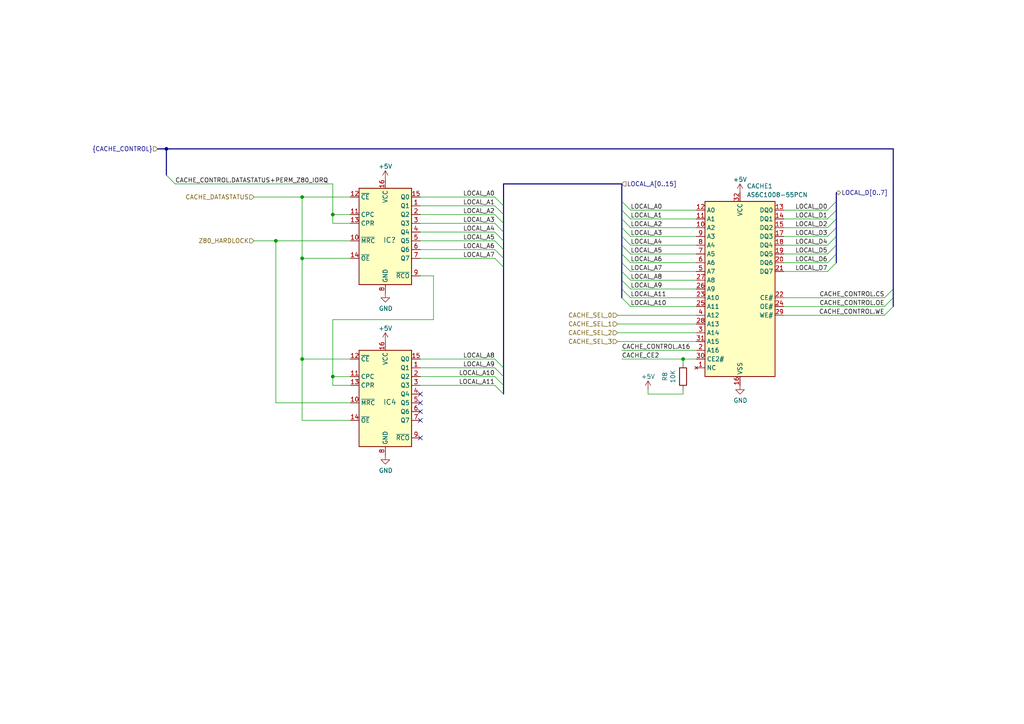
<source format=kicad_sch>
(kicad_sch (version 20230121) (generator eeschema)
  (paper "A4")
  (title_block (title "FujiNet Z80Bus reference design") (date "2023-05-13") (rev "0.1") (company "FujiNet") (comment 1 "64K status bytes (which are mapped 1:1 with Z80 IO addresses)") (comment 2 "16x4K caches that can be allocated to any IO address (Rio config)") (comment 3 "IOCache is devided into 2x64K blocks"))
  (lib_symbols
    (symbol "74xx:74HC590"
      (property "Reference" "U" (at -7.62 16.51 0))
      (property "Value" "74HC590" (at -7.62 -13.97 0))
      (symbol "74HC590_1_0"
        (pin tri_state line (at 10.16 10.16 180) (length 2.54) (name "Q1") (number "1"))
        (pin input line (at -10.16 0 0) (length 2.54) (name "~{MRC}") (number "10"))
        (pin input line (at -10.16 7.62 0) (length 2.54) (name "CPC") (number "11"))
        (pin input line (at -10.16 12.7 0) (length 2.54) (name "~{CE}") (number "12"))
        (pin input line (at -10.16 5.08 0) (length 2.54) (name "CPR") (number "13"))
        (pin input line (at -10.16 -5.08 0) (length 2.54) (name "~{OE}") (number "14"))
        (pin tri_state line (at 10.16 12.7 180) (length 2.54) (name "Q0") (number "15"))
        (pin power_in line (at 0 17.78 270) (length 2.54) (name "VCC") (number "16"))
        (pin tri_state line (at 10.16 7.62 180) (length 2.54) (name "Q2") (number "2"))
        (pin tri_state line (at 10.16 5.08 180) (length 2.54) (name "Q3") (number "3"))
        (pin tri_state line (at 10.16 2.54 180) (length 2.54) (name "Q4") (number "4"))
        (pin tri_state line (at 10.16 0 180) (length 2.54) (name "Q5") (number "5"))
        (pin tri_state line (at 10.16 -2.54 180) (length 2.54) (name "Q6") (number "6"))
        (pin tri_state line (at 10.16 -5.08 180) (length 2.54) (name "Q7") (number "7"))
        (pin power_in line (at 0 -15.24 90) (length 2.54) (name "GND") (number "8"))
        (pin output line (at 10.16 -10.16 180) (length 2.54) (name "~{RCO}") (number "9"))
      )
      (symbol "74HC590_1_1"
        (rectangle (start -7.62 15.24) (end 7.62 -12.7) (stroke (width 0.254)) (fill (type background)))
      )
    )
    (symbol "Device:R" (pin_numbers hide) (pin_names (offset 0))
      (property "Reference" "R" (at 2.032 0 90))
      (property "Value" "R" (at 0 0 90))
      (symbol "R_0_1"
        (rectangle (start -1.016 -2.54) (end 1.016 2.54) (stroke (width 0.254)))
      )
      (symbol "R_1_1"
        (pin passive line (at 0 3.81 270) (length 1.27) (name "~") (number "1"))
        (pin passive line (at 0 -3.81 90) (length 1.27) (name "~") (number "2"))
      )
    )
    (symbol "FujiNet_Memory_RAM:AS6C1008-55PCN"
      (property "Reference" "U" (at -10.16 26.035 0))
      (property "Value" "AS6C1008-55PCN" (at 2.54 26.035 0))
      (symbol "AS6C1008-55PCN_0_0"
        (pin power_in line (at 0 -27.94 90) (length 2.54) (name "VSS") (number "16"))
        (pin power_in line (at 0 27.94 270) (length 2.54) (name "VCC") (number "32"))
      )
      (symbol "AS6C1008-55PCN_1_1"
        (rectangle (start -10.16 25.4) (end 10.16 -25.4) (stroke (width 0.254)) (fill (type background)))
        (pin no_connect line (at -12.7 -22.86 0) (length 2.54) (name "NC") (number "1"))
        (pin input line (at -12.7 17.78 0) (length 2.54) (name "A2") (number "10"))
        (pin input line (at -12.7 20.32 0) (length 2.54) (name "A1") (number "11"))
        (pin input line (at -12.7 22.86 0) (length 2.54) (name "A0") (number "12"))
        (pin tri_state line (at 12.7 22.86 180) (length 2.54) (name "DQ0") (number "13"))
        (pin tri_state line (at 12.7 20.32 180) (length 2.54) (name "DQ1") (number "14"))
        (pin tri_state line (at 12.7 17.78 180) (length 2.54) (name "DQ2") (number "15"))
        (pin tri_state line (at 12.7 15.24 180) (length 2.54) (name "DQ3") (number "17"))
        (pin tri_state line (at 12.7 12.7 180) (length 2.54) (name "DQ4") (number "18"))
        (pin tri_state line (at 12.7 10.16 180) (length 2.54) (name "DQ5") (number "19"))
        (pin input line (at -12.7 -17.78 0) (length 2.54) (name "A16") (number "2"))
        (pin tri_state line (at 12.7 7.62 180) (length 2.54) (name "DQ6") (number "20"))
        (pin tri_state line (at 12.7 5.08 180) (length 2.54) (name "DQ7") (number "21"))
        (pin input line (at 12.7 -2.54 180) (length 2.54) (name "CE#") (number "22"))
        (pin input line (at -12.7 -2.54 0) (length 2.54) (name "A10") (number "23"))
        (pin input line (at 12.7 -5.08 180) (length 2.54) (name "OE#") (number "24"))
        (pin input line (at -12.7 -5.08 0) (length 2.54) (name "A11") (number "25"))
        (pin input line (at -12.7 0 0) (length 2.54) (name "A9") (number "26"))
        (pin input line (at -12.7 2.54 0) (length 2.54) (name "A8") (number "27"))
        (pin input line (at -12.7 -10.16 0) (length 2.54) (name "A13") (number "28"))
        (pin input line (at 12.7 -7.62 180) (length 2.54) (name "WE#") (number "29"))
        (pin input line (at -12.7 -12.7 0) (length 2.54) (name "A14") (number "3"))
        (pin input line (at -12.7 -20.32 0) (length 2.54) (name "CE2#") (number "30"))
        (pin input line (at -12.7 -15.24 0) (length 2.54) (name "A15") (number "31"))
        (pin input line (at -12.7 -7.62 0) (length 2.54) (name "A12") (number "4"))
        (pin input line (at -12.7 5.08 0) (length 2.54) (name "A7") (number "5"))
        (pin input line (at -12.7 7.62 0) (length 2.54) (name "A6") (number "6"))
        (pin input line (at -12.7 10.16 0) (length 2.54) (name "A5") (number "7"))
        (pin input line (at -12.7 12.7 0) (length 2.54) (name "A4") (number "8"))
        (pin input line (at -12.7 15.24 0) (length 2.54) (name "A3") (number "9"))
      )
    )
    (symbol "power:+5V" (power) (pin_names (offset 0))
      (property "Value" "+5V" (at 0 3.556 0))
      (symbol "+5V_0_1"
        (polyline (pts (xy -0.762 1.27) (xy 0 2.54)))
        (polyline (pts (xy 0 0) (xy 0 2.54)))
        (polyline (pts (xy 0 2.54) (xy 0.762 1.27)))
      )
      (symbol "+5V_1_1"
        (pin power_in line (at 0 0 90) (length 0) hide (name "+5V") (number "1"))
      )
    )
    (symbol "power:GND" (power) (pin_names (offset 0))
      (property "Value" "GND" (at 0 -3.81 0))
      (symbol "GND_0_1"
        (polyline (pts (xy 0 0) (xy 0 -1.27) (xy 1.27 -1.27) (xy 0 -2.54) (xy -1.27 -1.27) (xy 0 -1.27)))
      )
      (symbol "GND_1_1"
        (pin power_in line (at 0 0 270) (length 0) hide (name "GND") (number "1"))
      )
    )
  )
  (bus_alias "CACHE_CONTROL" (members "CACHE_CONTROL.A16" "CACHE_CONTROL.WE" "CACHE_CONTROL.OE" "CACHE_CONTROL.CS" "CACHE_CONTROL.DATASTATUS+PERM_Z80_IORQ"))
  (junction (at 96.52 62.23))
  (junction (at 87.63 104.14))
  (junction (at 87.63 57.15))
  (junction (at 96.52 109.22))
  (junction (at 80.01 69.85))
  (junction (at 198.12 104.14))
  (junction (at 87.63 74.93))
  (junction (at 48.26 43.18))
  (no_connect (at 121.92 119.38))
  (no_connect (at 121.92 127))
  (no_connect (at 121.92 116.84))
  (no_connect (at 121.92 114.3))
  (no_connect (at 121.92 121.92))
  (bus_entry (at 180.34 83.82) (size 2.54 2.54))
  (bus_entry (at 143.51 69.85) (size 2.54 2.54))
  (bus_entry (at 180.34 60.96) (size 2.54 2.54))
  (bus_entry (at 180.34 66.04) (size 2.54 2.54))
  (bus_entry (at 242.57 66.04) (size -2.54 2.54))
  (bus_entry (at 143.51 72.39) (size 2.54 2.54))
  (bus_entry (at 180.34 86.36) (size 2.54 2.54))
  (bus_entry (at 180.34 78.74) (size 2.54 2.54))
  (bus_entry (at 48.26 50.8) (size 2.54 2.54))
  (bus_entry (at 242.57 76.2) (size -2.54 2.54))
  (bus_entry (at 143.51 57.15) (size 2.54 2.54))
  (bus_entry (at 242.57 63.5) (size -2.54 2.54))
  (bus_entry (at 242.57 68.58) (size -2.54 2.54))
  (bus_entry (at 180.34 81.28) (size 2.54 2.54))
  (bus_entry (at 143.51 64.77) (size 2.54 2.54))
  (bus_entry (at 143.51 106.68) (size 2.54 2.54))
  (bus_entry (at 242.57 58.42) (size -2.54 2.54))
  (bus_entry (at 143.51 104.14) (size 2.54 2.54))
  (bus_entry (at 143.51 111.76) (size 2.54 2.54))
  (bus_entry (at 143.51 74.93) (size 2.54 2.54))
  (bus_entry (at 180.34 68.58) (size 2.54 2.54))
  (bus_entry (at 143.51 59.69) (size 2.54 2.54))
  (bus_entry (at 180.34 73.66) (size 2.54 2.54))
  (bus_entry (at 180.34 76.2) (size 2.54 2.54))
  (bus_entry (at 143.51 67.31) (size 2.54 2.54))
  (bus_entry (at 180.34 63.5) (size 2.54 2.54))
  (bus_entry (at 242.57 73.66) (size -2.54 2.54))
  (bus_entry (at 180.34 58.42) (size 2.54 2.54))
  (bus_entry (at 143.51 62.23) (size 2.54 2.54))
  (bus_entry (at 242.57 71.12) (size -2.54 2.54))
  (bus_entry (at 256.54 91.44) (size 2.54 -2.54))
  (bus_entry (at 180.34 71.12) (size 2.54 2.54))
  (bus_entry (at 143.51 109.22) (size 2.54 2.54))
  (bus_entry (at 242.57 60.96) (size -2.54 2.54))
  (bus_entry (at 256.54 86.36) (size 2.54 -2.54))
  (bus_entry (at 256.54 88.9) (size 2.54 -2.54))
  (bus (pts (xy 146.05 72.39) (xy 146.05 74.93)))
  (wire (pts (xy 101.6 104.14) (xy 87.63 104.14)))
  (wire (pts (xy 240.03 66.04) (xy 227.33 66.04)))
  (wire (pts (xy 121.92 64.77) (xy 143.51 64.77)))
  (bus (pts (xy 242.57 63.5) (xy 242.57 66.04)))
  (wire (pts (xy 121.92 69.85) (xy 143.51 69.85)))
  (wire (pts (xy 227.33 76.2) (xy 240.03 76.2)))
  (bus (pts (xy 242.57 73.66) (xy 242.57 76.2)))
  (bus (pts (xy 146.05 109.22) (xy 146.05 111.76)))
  (bus (pts (xy 242.57 58.42) (xy 242.57 60.96)))
  (bus (pts (xy 180.34 63.5) (xy 180.34 66.04)))
  (bus (pts (xy 146.05 59.69) (xy 146.05 53.34)))
  (wire (pts (xy 96.52 92.71) (xy 125.73 92.71)))
  (wire (pts (xy 201.93 73.66) (xy 182.88 73.66)))
  (wire (pts (xy 87.63 74.93) (xy 101.6 74.93)))
  (bus (pts (xy 242.57 68.58) (xy 242.57 71.12)))
  (bus (pts (xy 259.08 83.82) (xy 259.08 86.36)))
  (bus (pts (xy 180.34 60.96) (xy 180.34 63.5)))
  (wire (pts (xy 80.01 69.85) (xy 101.6 69.85)))
  (bus (pts (xy 48.26 43.18) (xy 259.08 43.18)))
  (wire (pts (xy 73.66 57.15) (xy 87.63 57.15)))
  (wire (pts (xy 101.6 116.84) (xy 80.01 116.84)))
  (wire (pts (xy 121.92 74.93) (xy 143.51 74.93)))
  (wire (pts (xy 96.52 109.22) (xy 96.52 92.71)))
  (wire (pts (xy 121.92 57.15) (xy 143.51 57.15)))
  (bus (pts (xy 180.34 73.66) (xy 180.34 76.2)))
  (wire (pts (xy 87.63 104.14) (xy 87.63 121.92)))
  (wire (pts (xy 227.33 88.9) (xy 256.54 88.9)))
  (wire (pts (xy 121.92 62.23) (xy 143.51 62.23)))
  (wire (pts (xy 227.33 68.58) (xy 240.03 68.58)))
  (bus (pts (xy 180.34 58.42) (xy 180.34 60.96)))
  (wire (pts (xy 180.34 104.14) (xy 198.12 104.14)))
  (bus (pts (xy 146.05 62.23) (xy 146.05 64.77)))
  (wire (pts (xy 73.66 69.85) (xy 80.01 69.85)))
  (bus (pts (xy 242.57 71.12) (xy 242.57 73.66)))
  (wire (pts (xy 121.92 104.14) (xy 143.51 104.14)))
  (wire (pts (xy 201.93 88.9) (xy 182.88 88.9)))
  (wire (pts (xy 96.52 53.34) (xy 96.52 62.23)))
  (bus (pts (xy 180.34 68.58) (xy 180.34 71.12)))
  (wire (pts (xy 87.63 57.15) (xy 87.63 74.93)))
  (bus (pts (xy 180.34 53.34) (xy 180.34 58.42)))
  (wire (pts (xy 227.33 86.36) (xy 256.54 86.36)))
  (wire (pts (xy 96.52 62.23) (xy 101.6 62.23)))
  (bus (pts (xy 242.57 60.96) (xy 242.57 63.5)))
  (bus (pts (xy 180.34 76.2) (xy 180.34 78.74)))
  (wire (pts (xy 201.93 71.12) (xy 182.88 71.12)))
  (wire (pts (xy 227.33 71.12) (xy 240.03 71.12)))
  (wire (pts (xy 87.63 121.92) (xy 101.6 121.92)))
  (wire (pts (xy 179.07 93.98) (xy 201.93 93.98)))
  (wire (pts (xy 125.73 80.01) (xy 121.92 80.01)))
  (wire (pts (xy 101.6 111.76) (xy 96.52 111.76)))
  (wire (pts (xy 121.92 72.39) (xy 143.51 72.39)))
  (wire (pts (xy 201.93 76.2) (xy 182.88 76.2)))
  (wire (pts (xy 240.03 60.96) (xy 227.33 60.96)))
  (wire (pts (xy 125.73 80.01) (xy 125.73 92.71)))
  (bus (pts (xy 146.05 59.69) (xy 146.05 62.23)))
  (wire (pts (xy 121.92 67.31) (xy 143.51 67.31)))
  (wire (pts (xy 179.07 99.06) (xy 201.93 99.06)))
  (bus (pts (xy 45.72 43.18) (xy 48.26 43.18)))
  (wire (pts (xy 96.52 111.76) (xy 96.52 109.22)))
  (wire (pts (xy 180.34 101.6) (xy 201.93 101.6)))
  (bus (pts (xy 146.05 106.68) (xy 146.05 109.22)))
  (bus (pts (xy 48.26 43.18) (xy 48.26 50.8)))
  (wire (pts (xy 143.51 109.22) (xy 121.92 109.22)))
  (bus (pts (xy 146.05 74.93) (xy 146.05 77.47)))
  (bus (pts (xy 180.34 81.28) (xy 180.34 83.82)))
  (bus (pts (xy 146.05 64.77) (xy 146.05 67.31)))
  (bus (pts (xy 180.34 66.04) (xy 180.34 68.58)))
  (bus (pts (xy 259.08 43.18) (xy 259.08 83.82)))
  (wire (pts (xy 96.52 64.77) (xy 101.6 64.77)))
  (wire (pts (xy 50.8 53.34) (xy 96.52 53.34)))
  (bus (pts (xy 242.57 55.88) (xy 242.57 58.42)))
  (wire (pts (xy 187.96 114.3) (xy 198.12 114.3)))
  (wire (pts (xy 201.93 63.5) (xy 182.88 63.5)))
  (bus (pts (xy 180.34 83.82) (xy 180.34 86.36)))
  (wire (pts (xy 80.01 116.84) (xy 80.01 69.85)))
  (wire (pts (xy 143.51 106.68) (xy 121.92 106.68)))
  (wire (pts (xy 101.6 57.15) (xy 87.63 57.15)))
  (wire (pts (xy 198.12 104.14) (xy 198.12 105.41)))
  (wire (pts (xy 198.12 114.3) (xy 198.12 113.03)))
  (bus (pts (xy 242.57 66.04) (xy 242.57 68.58)))
  (wire (pts (xy 201.93 68.58) (xy 182.88 68.58)))
  (wire (pts (xy 121.92 59.69) (xy 143.51 59.69)))
  (wire (pts (xy 187.96 114.3) (xy 187.96 113.03)))
  (wire (pts (xy 227.33 91.44) (xy 256.54 91.44)))
  (bus (pts (xy 146.05 77.47) (xy 146.05 106.68)))
  (wire (pts (xy 96.52 62.23) (xy 96.52 64.77)))
  (bus (pts (xy 146.05 111.76) (xy 146.05 114.3)))
  (bus (pts (xy 259.08 86.36) (xy 259.08 88.9)))
  (wire (pts (xy 101.6 109.22) (xy 96.52 109.22)))
  (bus (pts (xy 146.05 69.85) (xy 146.05 72.39)))
  (wire (pts (xy 87.63 74.93) (xy 87.63 104.14)))
  (wire (pts (xy 201.93 86.36) (xy 182.88 86.36)))
  (bus (pts (xy 180.34 71.12) (xy 180.34 73.66)))
  (wire (pts (xy 201.93 81.28) (xy 182.88 81.28)))
  (bus (pts (xy 146.05 53.34) (xy 180.34 53.34)))
  (wire (pts (xy 201.93 83.82) (xy 182.88 83.82)))
  (wire (pts (xy 201.93 66.04) (xy 182.88 66.04)))
  (wire (pts (xy 240.03 63.5) (xy 227.33 63.5)))
  (wire (pts (xy 179.07 91.44) (xy 201.93 91.44)))
  (bus (pts (xy 180.34 78.74) (xy 180.34 81.28)))
  (wire (pts (xy 198.12 104.14) (xy 201.93 104.14)))
  (bus (pts (xy 146.05 67.31) (xy 146.05 69.85)))
  (wire (pts (xy 227.33 73.66) (xy 240.03 73.66)))
  (wire (pts (xy 179.07 96.52) (xy 201.93 96.52)))
  (wire (pts (xy 201.93 60.96) (xy 182.88 60.96)))
  (wire (pts (xy 201.93 78.74) (xy 182.88 78.74)))
  (wire (pts (xy 227.33 78.74) (xy 240.03 78.74)))
  (wire (pts (xy 143.51 111.76) (xy 121.92 111.76)))
  (label "LOCAL_A1" (at 143.51 59.69 180))
  (label "CACHE_CONTROL.DATASTATUS+PERM_Z80_IORQ" (at 50.8 53.34 0))
  (label "CACHE_CONTROL.A16" (at 180.34 101.6 0))
  (label "LOCAL_D7" (at 240.03 78.74 180))
  (label "LOCAL_D4" (at 240.03 71.12 180))
  (label "LOCAL_A2" (at 182.88 66.04 0))
  (label "LOCAL_A0" (at 143.51 57.15 180))
  (label "LOCAL_A10" (at 143.51 109.22 180))
  (label "LOCAL_A6" (at 182.88 76.2 0))
  (label "LOCAL_D0" (at 240.03 60.96 180))
  (label "LOCAL_D5" (at 240.03 73.66 180))
  (label "LOCAL_D1" (at 240.03 63.5 180))
  (label "LOCAL_A3" (at 143.51 64.77 180))
  (label "LOCAL_A6" (at 143.51 72.39 180))
  (label "LOCAL_D2" (at 240.03 66.04 180))
  (label "LOCAL_A5" (at 143.51 69.85 180))
  (label "LOCAL_A0" (at 182.88 60.96 0))
  (label "LOCAL_A4" (at 182.88 71.12 0))
  (label "CACHE_CONTROL.OE" (at 256.54 88.9 180))
  (label "LOCAL_A9" (at 143.51 106.68 180))
  (label "LOCAL_A3" (at 182.88 68.58 0))
  (label "LOCAL_A11" (at 182.88 86.36 0))
  (label "LOCAL_A8" (at 182.88 81.28 0))
  (label "CACHE_CE2" (at 180.34 104.14 0))
  (label "LOCAL_A1" (at 182.88 63.5 0))
  (label "CACHE_CONTROL.WE" (at 256.54 91.44 180))
  (label "LOCAL_D6" (at 240.03 76.2 180))
  (label "LOCAL_A8" (at 143.51 104.14 180))
  (label "LOCAL_D3" (at 240.03 68.58 180))
  (label "LOCAL_A7" (at 143.51 74.93 180))
  (label "LOCAL_A4" (at 143.51 67.31 180))
  (label "CACHE_CONTROL.CS" (at 256.54 86.36 180))
  (label "LOCAL_A5" (at 182.88 73.66 0))
  (label "LOCAL_A7" (at 182.88 78.74 0))
  (label "LOCAL_A9" (at 182.88 83.82 0))
  (label "LOCAL_A10" (at 182.88 88.9 0))
  (label "LOCAL_A2" (at 143.51 62.23 180))
  (label "LOCAL_A11" (at 143.51 111.76 180))
  (hierarchical_label "CACHE_SEL_1" (shape input) (at 179.07 93.98 180))
  (hierarchical_label "Z80_HARDLOCK" (shape input) (at 73.66 69.85 180))
  (hierarchical_label "LOCAL_D[0..7]" (shape bidirectional) (at 242.57 55.88 0))
  (hierarchical_label "CACHE_DATASTATUS" (shape input) (at 73.66 57.15 180))
  (hierarchical_label "CACHE_SEL_3" (shape input) (at 179.07 99.06 180))
  (hierarchical_label "CACHE_SEL_2" (shape input) (at 179.07 96.52 180))
  (hierarchical_label "CACHE_SEL_0" (shape input) (at 179.07 91.44 180))
  (hierarchical_label "{CACHE_CONTROL}" (shape input) (at 45.72 43.18 180))
  (hierarchical_label "LOCAL_A[0..15]" (shape input) (at 180.34 53.34 0))
  (symbol (lib_id "74xx:74HC590") (at 111.76 116.84 0) (unit 1)
    (property "Reference" "IC4" (at 111.125 117.475 0) (effects (font (size 1.4986 1.4986)) (justify left bottom)))
    (property "Value" "74HC590N" (effects hide))
    (property "Footprint" "Package_DIP:DIP-16_W7.62mm_Socket" (effects hide))
    (property "Datasheet" "https://assets.nexperia.com/documents/data-sheet/74HC590.pdf" (effects hide))
  )
  (symbol (lib_id "74xx:74HC590") (at 111.76 69.85 0) (unit 1)
    (property "Reference" "IC?" (at 111.125 70.485 0) (effects (font (size 1.4986 1.4986)) (justify left bottom)))
    (property "Value" "74HC590N" (effects hide))
    (property "Footprint" "Package_DIP:DIP-16_W7.62mm_Socket" (effects hide))
    (property "Datasheet" "https://assets.nexperia.com/documents/data-sheet/74HC590.pdf" (effects hide))
    (instances (project "FujiNet_Z80Bus_ReferenceDesign" (path "" (reference "IC?") (unit 1)) (path "" (reference "IC3") (unit 1))))
  )
  (symbol (lib_id "Device:R") (at 198.12 109.22 0) (unit 1)
    (property "Reference" "R8" (at 192.8622 109.22 90))
    (property "Value" "10K" (at 195.1736 109.22 90))
    (property "Footprint" "Resistor_THT:R_Axial_DIN0207_L6.3mm_D2.5mm_P10.16mm_Horizontal" (effects hide))
  )
  (symbol (lib_id "power:+5V") (at 111.76 52.07 0) (unit 1)
    (property "Reference" "#PWR051" (effects hide))
    (property "Value" "+5V" (at 111.76 48.26 0))
  )
  (symbol (lib_id "power:GND") (at 111.76 132.08 0) (unit 1)
    (property "Reference" "#PWR054" (effects hide))
    (property "Value" "GND" (at 111.887 136.4742 0))
  )
  (symbol (lib_id "power:+5V") (at 111.76 99.06 0) (unit 1)
    (property "Reference" "#PWR053" (effects hide))
    (property "Value" "+5V" (at 111.76 95.25 0))
  )
  (symbol (lib_id "FujiNet_Memory_RAM:AS6C1008-55PCN") (at 214.63 83.82 0) (unit 1)
    (property "Reference" "CACHE1" (at 216.5859 53.975 0) (effects (justify left)))
    (property "Value" "AS6C1008-55PCN" (at 216.5859 56.515 0) (effects (justify left)))
    (property "Footprint" "Package_DIP:DIP-32_W15.24mm_Socket" (effects hide))
    (property "Datasheet" "https://www.alliancememory.com/wp-content/uploads/pdf/AS6C1008.pdf" (effects hide))
  )
  (symbol (lib_id "power:GND") (at 111.76 85.09 0) (unit 1)
    (property "Reference" "#PWR052" (effects hide))
    (property "Value" "GND" (at 111.887 89.4842 0))
  )
  (symbol (lib_id "power:+5V") (at 214.63 55.88 0) (unit 1)
    (property "Reference" "#PWR056" (effects hide))
    (property "Value" "+5V" (at 214.63 52.07 0))
  )
  (symbol (lib_id "power:+5V") (at 187.96 113.03 0) (unit 1)
    (property "Reference" "#PWR055" (effects hide))
    (property "Value" "+5V" (at 187.96 109.22 0))
  )
  (symbol (lib_id "power:GND") (at 214.63 111.76 0) (unit 1)
    (property "Reference" "#PWR057" (effects hide))
    (property "Value" "GND" (at 214.757 116.1542 0))
  )
)
</source>
